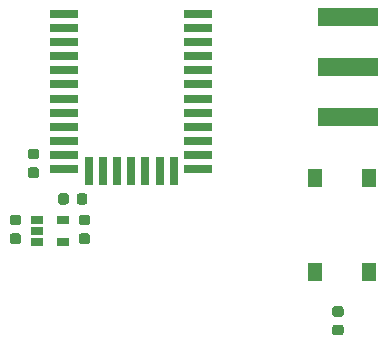
<source format=gbr>
G04 #@! TF.GenerationSoftware,KiCad,Pcbnew,(5.1.5)-3*
G04 #@! TF.CreationDate,2020-02-12T21:54:59-05:00*
G04 #@! TF.ProjectId,BGM210P_Proto,42474d32-3130-4505-9f50-726f746f2e6b,rev?*
G04 #@! TF.SameCoordinates,Original*
G04 #@! TF.FileFunction,Paste,Top*
G04 #@! TF.FilePolarity,Positive*
%FSLAX46Y46*%
G04 Gerber Fmt 4.6, Leading zero omitted, Abs format (unit mm)*
G04 Created by KiCad (PCBNEW (5.1.5)-3) date 2020-02-12 21:54:59*
%MOMM*%
%LPD*%
G04 APERTURE LIST*
%ADD10R,5.080000X1.500000*%
%ADD11R,2.400000X0.800000*%
%ADD12R,0.800000X2.400000*%
%ADD13R,1.060000X0.650000*%
%ADD14R,1.300000X1.550000*%
%ADD15C,0.100000*%
G04 APERTURE END LIST*
D10*
X195580000Y-89594000D03*
X195580000Y-81094000D03*
X195580000Y-85344000D03*
D11*
X171515000Y-80820000D03*
X171515000Y-82020000D03*
X171515000Y-83220000D03*
X171515000Y-84420000D03*
X171515000Y-85620000D03*
X171515000Y-86820000D03*
X171515000Y-88020000D03*
X171515000Y-89220000D03*
X171515000Y-90420000D03*
X171515000Y-91620000D03*
X171515000Y-92820000D03*
X171515000Y-94020000D03*
D12*
X173585000Y-94160000D03*
X174785000Y-94160000D03*
X175985000Y-94160000D03*
X177185000Y-94160000D03*
X178385000Y-94160000D03*
X179585000Y-94160000D03*
X180785000Y-94160000D03*
D11*
X182815000Y-94020000D03*
X182815000Y-92820000D03*
X182815000Y-91620000D03*
X182815000Y-90420000D03*
X182815000Y-89220000D03*
X182815000Y-88020000D03*
X182815000Y-86820000D03*
X182815000Y-85620000D03*
X182815000Y-84420000D03*
X182815000Y-83220000D03*
X182815000Y-82020000D03*
X182815000Y-80820000D03*
D13*
X169207000Y-98298000D03*
X169207000Y-99248000D03*
X169207000Y-100198000D03*
X171407000Y-100198000D03*
X171407000Y-98298000D03*
D14*
X192786000Y-94783000D03*
X197286000Y-94783000D03*
X197286000Y-102743000D03*
X192786000Y-102743000D03*
D15*
G36*
X167663691Y-97861553D02*
G01*
X167684926Y-97864703D01*
X167705750Y-97869919D01*
X167725962Y-97877151D01*
X167745368Y-97886330D01*
X167763781Y-97897366D01*
X167781024Y-97910154D01*
X167796930Y-97924570D01*
X167811346Y-97940476D01*
X167824134Y-97957719D01*
X167835170Y-97976132D01*
X167844349Y-97995538D01*
X167851581Y-98015750D01*
X167856797Y-98036574D01*
X167859947Y-98057809D01*
X167861000Y-98079250D01*
X167861000Y-98516750D01*
X167859947Y-98538191D01*
X167856797Y-98559426D01*
X167851581Y-98580250D01*
X167844349Y-98600462D01*
X167835170Y-98619868D01*
X167824134Y-98638281D01*
X167811346Y-98655524D01*
X167796930Y-98671430D01*
X167781024Y-98685846D01*
X167763781Y-98698634D01*
X167745368Y-98709670D01*
X167725962Y-98718849D01*
X167705750Y-98726081D01*
X167684926Y-98731297D01*
X167663691Y-98734447D01*
X167642250Y-98735500D01*
X167129750Y-98735500D01*
X167108309Y-98734447D01*
X167087074Y-98731297D01*
X167066250Y-98726081D01*
X167046038Y-98718849D01*
X167026632Y-98709670D01*
X167008219Y-98698634D01*
X166990976Y-98685846D01*
X166975070Y-98671430D01*
X166960654Y-98655524D01*
X166947866Y-98638281D01*
X166936830Y-98619868D01*
X166927651Y-98600462D01*
X166920419Y-98580250D01*
X166915203Y-98559426D01*
X166912053Y-98538191D01*
X166911000Y-98516750D01*
X166911000Y-98079250D01*
X166912053Y-98057809D01*
X166915203Y-98036574D01*
X166920419Y-98015750D01*
X166927651Y-97995538D01*
X166936830Y-97976132D01*
X166947866Y-97957719D01*
X166960654Y-97940476D01*
X166975070Y-97924570D01*
X166990976Y-97910154D01*
X167008219Y-97897366D01*
X167026632Y-97886330D01*
X167046038Y-97877151D01*
X167066250Y-97869919D01*
X167087074Y-97864703D01*
X167108309Y-97861553D01*
X167129750Y-97860500D01*
X167642250Y-97860500D01*
X167663691Y-97861553D01*
G37*
G36*
X167663691Y-99436553D02*
G01*
X167684926Y-99439703D01*
X167705750Y-99444919D01*
X167725962Y-99452151D01*
X167745368Y-99461330D01*
X167763781Y-99472366D01*
X167781024Y-99485154D01*
X167796930Y-99499570D01*
X167811346Y-99515476D01*
X167824134Y-99532719D01*
X167835170Y-99551132D01*
X167844349Y-99570538D01*
X167851581Y-99590750D01*
X167856797Y-99611574D01*
X167859947Y-99632809D01*
X167861000Y-99654250D01*
X167861000Y-100091750D01*
X167859947Y-100113191D01*
X167856797Y-100134426D01*
X167851581Y-100155250D01*
X167844349Y-100175462D01*
X167835170Y-100194868D01*
X167824134Y-100213281D01*
X167811346Y-100230524D01*
X167796930Y-100246430D01*
X167781024Y-100260846D01*
X167763781Y-100273634D01*
X167745368Y-100284670D01*
X167725962Y-100293849D01*
X167705750Y-100301081D01*
X167684926Y-100306297D01*
X167663691Y-100309447D01*
X167642250Y-100310500D01*
X167129750Y-100310500D01*
X167108309Y-100309447D01*
X167087074Y-100306297D01*
X167066250Y-100301081D01*
X167046038Y-100293849D01*
X167026632Y-100284670D01*
X167008219Y-100273634D01*
X166990976Y-100260846D01*
X166975070Y-100246430D01*
X166960654Y-100230524D01*
X166947866Y-100213281D01*
X166936830Y-100194868D01*
X166927651Y-100175462D01*
X166920419Y-100155250D01*
X166915203Y-100134426D01*
X166912053Y-100113191D01*
X166911000Y-100091750D01*
X166911000Y-99654250D01*
X166912053Y-99632809D01*
X166915203Y-99611574D01*
X166920419Y-99590750D01*
X166927651Y-99570538D01*
X166936830Y-99551132D01*
X166947866Y-99532719D01*
X166960654Y-99515476D01*
X166975070Y-99499570D01*
X166990976Y-99485154D01*
X167008219Y-99472366D01*
X167026632Y-99461330D01*
X167046038Y-99452151D01*
X167066250Y-99444919D01*
X167087074Y-99439703D01*
X167108309Y-99436553D01*
X167129750Y-99435500D01*
X167642250Y-99435500D01*
X167663691Y-99436553D01*
G37*
G36*
X173505691Y-99436553D02*
G01*
X173526926Y-99439703D01*
X173547750Y-99444919D01*
X173567962Y-99452151D01*
X173587368Y-99461330D01*
X173605781Y-99472366D01*
X173623024Y-99485154D01*
X173638930Y-99499570D01*
X173653346Y-99515476D01*
X173666134Y-99532719D01*
X173677170Y-99551132D01*
X173686349Y-99570538D01*
X173693581Y-99590750D01*
X173698797Y-99611574D01*
X173701947Y-99632809D01*
X173703000Y-99654250D01*
X173703000Y-100091750D01*
X173701947Y-100113191D01*
X173698797Y-100134426D01*
X173693581Y-100155250D01*
X173686349Y-100175462D01*
X173677170Y-100194868D01*
X173666134Y-100213281D01*
X173653346Y-100230524D01*
X173638930Y-100246430D01*
X173623024Y-100260846D01*
X173605781Y-100273634D01*
X173587368Y-100284670D01*
X173567962Y-100293849D01*
X173547750Y-100301081D01*
X173526926Y-100306297D01*
X173505691Y-100309447D01*
X173484250Y-100310500D01*
X172971750Y-100310500D01*
X172950309Y-100309447D01*
X172929074Y-100306297D01*
X172908250Y-100301081D01*
X172888038Y-100293849D01*
X172868632Y-100284670D01*
X172850219Y-100273634D01*
X172832976Y-100260846D01*
X172817070Y-100246430D01*
X172802654Y-100230524D01*
X172789866Y-100213281D01*
X172778830Y-100194868D01*
X172769651Y-100175462D01*
X172762419Y-100155250D01*
X172757203Y-100134426D01*
X172754053Y-100113191D01*
X172753000Y-100091750D01*
X172753000Y-99654250D01*
X172754053Y-99632809D01*
X172757203Y-99611574D01*
X172762419Y-99590750D01*
X172769651Y-99570538D01*
X172778830Y-99551132D01*
X172789866Y-99532719D01*
X172802654Y-99515476D01*
X172817070Y-99499570D01*
X172832976Y-99485154D01*
X172850219Y-99472366D01*
X172868632Y-99461330D01*
X172888038Y-99452151D01*
X172908250Y-99444919D01*
X172929074Y-99439703D01*
X172950309Y-99436553D01*
X172971750Y-99435500D01*
X173484250Y-99435500D01*
X173505691Y-99436553D01*
G37*
G36*
X173505691Y-97861553D02*
G01*
X173526926Y-97864703D01*
X173547750Y-97869919D01*
X173567962Y-97877151D01*
X173587368Y-97886330D01*
X173605781Y-97897366D01*
X173623024Y-97910154D01*
X173638930Y-97924570D01*
X173653346Y-97940476D01*
X173666134Y-97957719D01*
X173677170Y-97976132D01*
X173686349Y-97995538D01*
X173693581Y-98015750D01*
X173698797Y-98036574D01*
X173701947Y-98057809D01*
X173703000Y-98079250D01*
X173703000Y-98516750D01*
X173701947Y-98538191D01*
X173698797Y-98559426D01*
X173693581Y-98580250D01*
X173686349Y-98600462D01*
X173677170Y-98619868D01*
X173666134Y-98638281D01*
X173653346Y-98655524D01*
X173638930Y-98671430D01*
X173623024Y-98685846D01*
X173605781Y-98698634D01*
X173587368Y-98709670D01*
X173567962Y-98718849D01*
X173547750Y-98726081D01*
X173526926Y-98731297D01*
X173505691Y-98734447D01*
X173484250Y-98735500D01*
X172971750Y-98735500D01*
X172950309Y-98734447D01*
X172929074Y-98731297D01*
X172908250Y-98726081D01*
X172888038Y-98718849D01*
X172868632Y-98709670D01*
X172850219Y-98698634D01*
X172832976Y-98685846D01*
X172817070Y-98671430D01*
X172802654Y-98655524D01*
X172789866Y-98638281D01*
X172778830Y-98619868D01*
X172769651Y-98600462D01*
X172762419Y-98580250D01*
X172757203Y-98559426D01*
X172754053Y-98538191D01*
X172753000Y-98516750D01*
X172753000Y-98079250D01*
X172754053Y-98057809D01*
X172757203Y-98036574D01*
X172762419Y-98015750D01*
X172769651Y-97995538D01*
X172778830Y-97976132D01*
X172789866Y-97957719D01*
X172802654Y-97940476D01*
X172817070Y-97924570D01*
X172832976Y-97910154D01*
X172850219Y-97897366D01*
X172868632Y-97886330D01*
X172888038Y-97877151D01*
X172908250Y-97869919D01*
X172929074Y-97864703D01*
X172950309Y-97861553D01*
X172971750Y-97860500D01*
X173484250Y-97860500D01*
X173505691Y-97861553D01*
G37*
G36*
X169187691Y-93848553D02*
G01*
X169208926Y-93851703D01*
X169229750Y-93856919D01*
X169249962Y-93864151D01*
X169269368Y-93873330D01*
X169287781Y-93884366D01*
X169305024Y-93897154D01*
X169320930Y-93911570D01*
X169335346Y-93927476D01*
X169348134Y-93944719D01*
X169359170Y-93963132D01*
X169368349Y-93982538D01*
X169375581Y-94002750D01*
X169380797Y-94023574D01*
X169383947Y-94044809D01*
X169385000Y-94066250D01*
X169385000Y-94503750D01*
X169383947Y-94525191D01*
X169380797Y-94546426D01*
X169375581Y-94567250D01*
X169368349Y-94587462D01*
X169359170Y-94606868D01*
X169348134Y-94625281D01*
X169335346Y-94642524D01*
X169320930Y-94658430D01*
X169305024Y-94672846D01*
X169287781Y-94685634D01*
X169269368Y-94696670D01*
X169249962Y-94705849D01*
X169229750Y-94713081D01*
X169208926Y-94718297D01*
X169187691Y-94721447D01*
X169166250Y-94722500D01*
X168653750Y-94722500D01*
X168632309Y-94721447D01*
X168611074Y-94718297D01*
X168590250Y-94713081D01*
X168570038Y-94705849D01*
X168550632Y-94696670D01*
X168532219Y-94685634D01*
X168514976Y-94672846D01*
X168499070Y-94658430D01*
X168484654Y-94642524D01*
X168471866Y-94625281D01*
X168460830Y-94606868D01*
X168451651Y-94587462D01*
X168444419Y-94567250D01*
X168439203Y-94546426D01*
X168436053Y-94525191D01*
X168435000Y-94503750D01*
X168435000Y-94066250D01*
X168436053Y-94044809D01*
X168439203Y-94023574D01*
X168444419Y-94002750D01*
X168451651Y-93982538D01*
X168460830Y-93963132D01*
X168471866Y-93944719D01*
X168484654Y-93927476D01*
X168499070Y-93911570D01*
X168514976Y-93897154D01*
X168532219Y-93884366D01*
X168550632Y-93873330D01*
X168570038Y-93864151D01*
X168590250Y-93856919D01*
X168611074Y-93851703D01*
X168632309Y-93848553D01*
X168653750Y-93847500D01*
X169166250Y-93847500D01*
X169187691Y-93848553D01*
G37*
G36*
X169187691Y-92273553D02*
G01*
X169208926Y-92276703D01*
X169229750Y-92281919D01*
X169249962Y-92289151D01*
X169269368Y-92298330D01*
X169287781Y-92309366D01*
X169305024Y-92322154D01*
X169320930Y-92336570D01*
X169335346Y-92352476D01*
X169348134Y-92369719D01*
X169359170Y-92388132D01*
X169368349Y-92407538D01*
X169375581Y-92427750D01*
X169380797Y-92448574D01*
X169383947Y-92469809D01*
X169385000Y-92491250D01*
X169385000Y-92928750D01*
X169383947Y-92950191D01*
X169380797Y-92971426D01*
X169375581Y-92992250D01*
X169368349Y-93012462D01*
X169359170Y-93031868D01*
X169348134Y-93050281D01*
X169335346Y-93067524D01*
X169320930Y-93083430D01*
X169305024Y-93097846D01*
X169287781Y-93110634D01*
X169269368Y-93121670D01*
X169249962Y-93130849D01*
X169229750Y-93138081D01*
X169208926Y-93143297D01*
X169187691Y-93146447D01*
X169166250Y-93147500D01*
X168653750Y-93147500D01*
X168632309Y-93146447D01*
X168611074Y-93143297D01*
X168590250Y-93138081D01*
X168570038Y-93130849D01*
X168550632Y-93121670D01*
X168532219Y-93110634D01*
X168514976Y-93097846D01*
X168499070Y-93083430D01*
X168484654Y-93067524D01*
X168471866Y-93050281D01*
X168460830Y-93031868D01*
X168451651Y-93012462D01*
X168444419Y-92992250D01*
X168439203Y-92971426D01*
X168436053Y-92950191D01*
X168435000Y-92928750D01*
X168435000Y-92491250D01*
X168436053Y-92469809D01*
X168439203Y-92448574D01*
X168444419Y-92427750D01*
X168451651Y-92407538D01*
X168460830Y-92388132D01*
X168471866Y-92369719D01*
X168484654Y-92352476D01*
X168499070Y-92336570D01*
X168514976Y-92322154D01*
X168532219Y-92309366D01*
X168550632Y-92298330D01*
X168570038Y-92289151D01*
X168590250Y-92281919D01*
X168611074Y-92276703D01*
X168632309Y-92273553D01*
X168653750Y-92272500D01*
X169166250Y-92272500D01*
X169187691Y-92273553D01*
G37*
G36*
X173262691Y-96046053D02*
G01*
X173283926Y-96049203D01*
X173304750Y-96054419D01*
X173324962Y-96061651D01*
X173344368Y-96070830D01*
X173362781Y-96081866D01*
X173380024Y-96094654D01*
X173395930Y-96109070D01*
X173410346Y-96124976D01*
X173423134Y-96142219D01*
X173434170Y-96160632D01*
X173443349Y-96180038D01*
X173450581Y-96200250D01*
X173455797Y-96221074D01*
X173458947Y-96242309D01*
X173460000Y-96263750D01*
X173460000Y-96776250D01*
X173458947Y-96797691D01*
X173455797Y-96818926D01*
X173450581Y-96839750D01*
X173443349Y-96859962D01*
X173434170Y-96879368D01*
X173423134Y-96897781D01*
X173410346Y-96915024D01*
X173395930Y-96930930D01*
X173380024Y-96945346D01*
X173362781Y-96958134D01*
X173344368Y-96969170D01*
X173324962Y-96978349D01*
X173304750Y-96985581D01*
X173283926Y-96990797D01*
X173262691Y-96993947D01*
X173241250Y-96995000D01*
X172803750Y-96995000D01*
X172782309Y-96993947D01*
X172761074Y-96990797D01*
X172740250Y-96985581D01*
X172720038Y-96978349D01*
X172700632Y-96969170D01*
X172682219Y-96958134D01*
X172664976Y-96945346D01*
X172649070Y-96930930D01*
X172634654Y-96915024D01*
X172621866Y-96897781D01*
X172610830Y-96879368D01*
X172601651Y-96859962D01*
X172594419Y-96839750D01*
X172589203Y-96818926D01*
X172586053Y-96797691D01*
X172585000Y-96776250D01*
X172585000Y-96263750D01*
X172586053Y-96242309D01*
X172589203Y-96221074D01*
X172594419Y-96200250D01*
X172601651Y-96180038D01*
X172610830Y-96160632D01*
X172621866Y-96142219D01*
X172634654Y-96124976D01*
X172649070Y-96109070D01*
X172664976Y-96094654D01*
X172682219Y-96081866D01*
X172700632Y-96070830D01*
X172720038Y-96061651D01*
X172740250Y-96054419D01*
X172761074Y-96049203D01*
X172782309Y-96046053D01*
X172803750Y-96045000D01*
X173241250Y-96045000D01*
X173262691Y-96046053D01*
G37*
G36*
X171687691Y-96046053D02*
G01*
X171708926Y-96049203D01*
X171729750Y-96054419D01*
X171749962Y-96061651D01*
X171769368Y-96070830D01*
X171787781Y-96081866D01*
X171805024Y-96094654D01*
X171820930Y-96109070D01*
X171835346Y-96124976D01*
X171848134Y-96142219D01*
X171859170Y-96160632D01*
X171868349Y-96180038D01*
X171875581Y-96200250D01*
X171880797Y-96221074D01*
X171883947Y-96242309D01*
X171885000Y-96263750D01*
X171885000Y-96776250D01*
X171883947Y-96797691D01*
X171880797Y-96818926D01*
X171875581Y-96839750D01*
X171868349Y-96859962D01*
X171859170Y-96879368D01*
X171848134Y-96897781D01*
X171835346Y-96915024D01*
X171820930Y-96930930D01*
X171805024Y-96945346D01*
X171787781Y-96958134D01*
X171769368Y-96969170D01*
X171749962Y-96978349D01*
X171729750Y-96985581D01*
X171708926Y-96990797D01*
X171687691Y-96993947D01*
X171666250Y-96995000D01*
X171228750Y-96995000D01*
X171207309Y-96993947D01*
X171186074Y-96990797D01*
X171165250Y-96985581D01*
X171145038Y-96978349D01*
X171125632Y-96969170D01*
X171107219Y-96958134D01*
X171089976Y-96945346D01*
X171074070Y-96930930D01*
X171059654Y-96915024D01*
X171046866Y-96897781D01*
X171035830Y-96879368D01*
X171026651Y-96859962D01*
X171019419Y-96839750D01*
X171014203Y-96818926D01*
X171011053Y-96797691D01*
X171010000Y-96776250D01*
X171010000Y-96263750D01*
X171011053Y-96242309D01*
X171014203Y-96221074D01*
X171019419Y-96200250D01*
X171026651Y-96180038D01*
X171035830Y-96160632D01*
X171046866Y-96142219D01*
X171059654Y-96124976D01*
X171074070Y-96109070D01*
X171089976Y-96094654D01*
X171107219Y-96081866D01*
X171125632Y-96070830D01*
X171145038Y-96061651D01*
X171165250Y-96054419D01*
X171186074Y-96049203D01*
X171207309Y-96046053D01*
X171228750Y-96045000D01*
X171666250Y-96045000D01*
X171687691Y-96046053D01*
G37*
G36*
X194968691Y-107183553D02*
G01*
X194989926Y-107186703D01*
X195010750Y-107191919D01*
X195030962Y-107199151D01*
X195050368Y-107208330D01*
X195068781Y-107219366D01*
X195086024Y-107232154D01*
X195101930Y-107246570D01*
X195116346Y-107262476D01*
X195129134Y-107279719D01*
X195140170Y-107298132D01*
X195149349Y-107317538D01*
X195156581Y-107337750D01*
X195161797Y-107358574D01*
X195164947Y-107379809D01*
X195166000Y-107401250D01*
X195166000Y-107838750D01*
X195164947Y-107860191D01*
X195161797Y-107881426D01*
X195156581Y-107902250D01*
X195149349Y-107922462D01*
X195140170Y-107941868D01*
X195129134Y-107960281D01*
X195116346Y-107977524D01*
X195101930Y-107993430D01*
X195086024Y-108007846D01*
X195068781Y-108020634D01*
X195050368Y-108031670D01*
X195030962Y-108040849D01*
X195010750Y-108048081D01*
X194989926Y-108053297D01*
X194968691Y-108056447D01*
X194947250Y-108057500D01*
X194434750Y-108057500D01*
X194413309Y-108056447D01*
X194392074Y-108053297D01*
X194371250Y-108048081D01*
X194351038Y-108040849D01*
X194331632Y-108031670D01*
X194313219Y-108020634D01*
X194295976Y-108007846D01*
X194280070Y-107993430D01*
X194265654Y-107977524D01*
X194252866Y-107960281D01*
X194241830Y-107941868D01*
X194232651Y-107922462D01*
X194225419Y-107902250D01*
X194220203Y-107881426D01*
X194217053Y-107860191D01*
X194216000Y-107838750D01*
X194216000Y-107401250D01*
X194217053Y-107379809D01*
X194220203Y-107358574D01*
X194225419Y-107337750D01*
X194232651Y-107317538D01*
X194241830Y-107298132D01*
X194252866Y-107279719D01*
X194265654Y-107262476D01*
X194280070Y-107246570D01*
X194295976Y-107232154D01*
X194313219Y-107219366D01*
X194331632Y-107208330D01*
X194351038Y-107199151D01*
X194371250Y-107191919D01*
X194392074Y-107186703D01*
X194413309Y-107183553D01*
X194434750Y-107182500D01*
X194947250Y-107182500D01*
X194968691Y-107183553D01*
G37*
G36*
X194968691Y-105608553D02*
G01*
X194989926Y-105611703D01*
X195010750Y-105616919D01*
X195030962Y-105624151D01*
X195050368Y-105633330D01*
X195068781Y-105644366D01*
X195086024Y-105657154D01*
X195101930Y-105671570D01*
X195116346Y-105687476D01*
X195129134Y-105704719D01*
X195140170Y-105723132D01*
X195149349Y-105742538D01*
X195156581Y-105762750D01*
X195161797Y-105783574D01*
X195164947Y-105804809D01*
X195166000Y-105826250D01*
X195166000Y-106263750D01*
X195164947Y-106285191D01*
X195161797Y-106306426D01*
X195156581Y-106327250D01*
X195149349Y-106347462D01*
X195140170Y-106366868D01*
X195129134Y-106385281D01*
X195116346Y-106402524D01*
X195101930Y-106418430D01*
X195086024Y-106432846D01*
X195068781Y-106445634D01*
X195050368Y-106456670D01*
X195030962Y-106465849D01*
X195010750Y-106473081D01*
X194989926Y-106478297D01*
X194968691Y-106481447D01*
X194947250Y-106482500D01*
X194434750Y-106482500D01*
X194413309Y-106481447D01*
X194392074Y-106478297D01*
X194371250Y-106473081D01*
X194351038Y-106465849D01*
X194331632Y-106456670D01*
X194313219Y-106445634D01*
X194295976Y-106432846D01*
X194280070Y-106418430D01*
X194265654Y-106402524D01*
X194252866Y-106385281D01*
X194241830Y-106366868D01*
X194232651Y-106347462D01*
X194225419Y-106327250D01*
X194220203Y-106306426D01*
X194217053Y-106285191D01*
X194216000Y-106263750D01*
X194216000Y-105826250D01*
X194217053Y-105804809D01*
X194220203Y-105783574D01*
X194225419Y-105762750D01*
X194232651Y-105742538D01*
X194241830Y-105723132D01*
X194252866Y-105704719D01*
X194265654Y-105687476D01*
X194280070Y-105671570D01*
X194295976Y-105657154D01*
X194313219Y-105644366D01*
X194331632Y-105633330D01*
X194351038Y-105624151D01*
X194371250Y-105616919D01*
X194392074Y-105611703D01*
X194413309Y-105608553D01*
X194434750Y-105607500D01*
X194947250Y-105607500D01*
X194968691Y-105608553D01*
G37*
M02*

</source>
